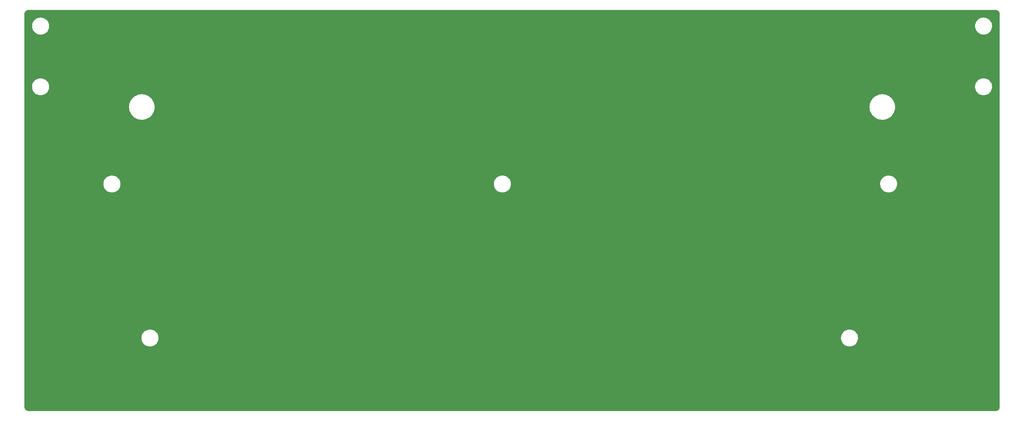
<source format=gbl>
G04 #@! TF.GenerationSoftware,KiCad,Pcbnew,(6.0.1)*
G04 #@! TF.CreationDate,2022-12-02T16:53:04+01:00*
G04 #@! TF.ProjectId,backPlate,6261636b-506c-4617-9465-2e6b69636164,rev?*
G04 #@! TF.SameCoordinates,Original*
G04 #@! TF.FileFunction,Copper,L2,Bot*
G04 #@! TF.FilePolarity,Positive*
%FSLAX46Y46*%
G04 Gerber Fmt 4.6, Leading zero omitted, Abs format (unit mm)*
G04 Created by KiCad (PCBNEW (6.0.1)) date 2022-12-02 16:53:04*
%MOMM*%
%LPD*%
G01*
G04 APERTURE LIST*
G04 APERTURE END LIST*
G04 #@! TA.AperFunction,NonConductor*
G36*
X270206951Y-29975785D02*
G01*
X270242221Y-29979741D01*
X270266265Y-29977722D01*
X270287787Y-29977759D01*
X270418921Y-29989232D01*
X270440544Y-29993044D01*
X270553807Y-30023393D01*
X270587623Y-30032454D01*
X270608262Y-30039966D01*
X270746260Y-30104316D01*
X270765280Y-30115298D01*
X270890011Y-30202635D01*
X270906836Y-30216753D01*
X271014497Y-30324414D01*
X271028615Y-30341239D01*
X271115952Y-30465970D01*
X271126934Y-30484990D01*
X271191284Y-30622988D01*
X271198796Y-30643627D01*
X271238205Y-30790702D01*
X271242019Y-30812332D01*
X271252387Y-30930843D01*
X271252169Y-30948678D01*
X271252282Y-30948680D01*
X271252196Y-30954844D01*
X271251509Y-30960969D01*
X271252025Y-30967113D01*
X271255808Y-31012165D01*
X271256250Y-31022708D01*
X271256250Y-128111657D01*
X271255465Y-128125701D01*
X271251509Y-128160971D01*
X271252025Y-128167114D01*
X271253528Y-128185013D01*
X271253491Y-128206538D01*
X271242019Y-128337668D01*
X271238205Y-128359298D01*
X271198796Y-128506373D01*
X271191284Y-128527012D01*
X271126934Y-128665010D01*
X271115952Y-128684030D01*
X271028615Y-128808761D01*
X271014497Y-128825586D01*
X270906836Y-128933247D01*
X270890011Y-128947365D01*
X270765280Y-129034702D01*
X270746260Y-129045684D01*
X270608262Y-129110034D01*
X270587622Y-129117546D01*
X270440544Y-129156956D01*
X270418921Y-129160768D01*
X270300407Y-129171137D01*
X270282572Y-129170919D01*
X270282570Y-129171032D01*
X270276406Y-129170946D01*
X270270281Y-129170259D01*
X270219085Y-129174558D01*
X270208542Y-129175000D01*
X31432093Y-129175000D01*
X31418048Y-129174215D01*
X31388904Y-129170946D01*
X31382779Y-129170259D01*
X31358735Y-129172278D01*
X31337213Y-129172241D01*
X31206079Y-129160768D01*
X31184456Y-129156956D01*
X31037378Y-129117546D01*
X31016738Y-129110034D01*
X30878740Y-129045684D01*
X30859720Y-129034702D01*
X30734989Y-128947365D01*
X30718164Y-128933247D01*
X30610503Y-128825586D01*
X30596385Y-128808761D01*
X30509048Y-128684030D01*
X30498066Y-128665010D01*
X30433716Y-128527012D01*
X30426204Y-128506373D01*
X30386795Y-128359298D01*
X30382981Y-128337668D01*
X30372613Y-128219157D01*
X30372831Y-128201322D01*
X30372718Y-128201320D01*
X30372804Y-128195156D01*
X30373491Y-128189031D01*
X30369192Y-128137834D01*
X30368750Y-128127292D01*
X30368750Y-111257200D01*
X59282997Y-111257200D01*
X59283556Y-111261444D01*
X59283556Y-111261448D01*
X59299949Y-111385969D01*
X59320379Y-111541149D01*
X59395952Y-111817398D01*
X59508318Y-112080835D01*
X59655396Y-112326585D01*
X59834465Y-112550100D01*
X60042212Y-112747245D01*
X60274793Y-112914371D01*
X60527903Y-113048386D01*
X60796860Y-113146810D01*
X61076686Y-113207822D01*
X61116151Y-113210928D01*
X61298847Y-113225307D01*
X61298854Y-113225307D01*
X61301303Y-113225500D01*
X61456242Y-113225500D01*
X61458378Y-113225354D01*
X61458389Y-113225354D01*
X61665710Y-113211220D01*
X61665716Y-113211219D01*
X61669987Y-113210928D01*
X61674182Y-113210059D01*
X61674184Y-113210059D01*
X61810212Y-113181889D01*
X61950436Y-113152850D01*
X62220408Y-113057248D01*
X62474908Y-112925891D01*
X62478409Y-112923430D01*
X62478413Y-112923428D01*
X62705721Y-112763673D01*
X62705727Y-112763668D01*
X62709226Y-112761209D01*
X62919026Y-112566251D01*
X62929825Y-112553058D01*
X63097711Y-112347941D01*
X63100427Y-112344623D01*
X63250070Y-112100427D01*
X63257052Y-112084522D01*
X63363464Y-111842110D01*
X63363465Y-111842106D01*
X63365188Y-111838182D01*
X63443650Y-111562739D01*
X63484004Y-111279196D01*
X63484119Y-111257200D01*
X232054997Y-111257200D01*
X232055556Y-111261444D01*
X232055556Y-111261448D01*
X232071949Y-111385969D01*
X232092379Y-111541149D01*
X232167952Y-111817398D01*
X232280318Y-112080835D01*
X232427396Y-112326585D01*
X232606465Y-112550100D01*
X232814212Y-112747245D01*
X233046793Y-112914371D01*
X233299903Y-113048386D01*
X233568860Y-113146810D01*
X233848686Y-113207822D01*
X233888151Y-113210928D01*
X234070847Y-113225307D01*
X234070854Y-113225307D01*
X234073303Y-113225500D01*
X234228242Y-113225500D01*
X234230378Y-113225354D01*
X234230389Y-113225354D01*
X234437710Y-113211220D01*
X234437716Y-113211219D01*
X234441987Y-113210928D01*
X234446182Y-113210059D01*
X234446184Y-113210059D01*
X234582212Y-113181889D01*
X234722436Y-113152850D01*
X234992408Y-113057248D01*
X235246908Y-112925891D01*
X235250409Y-112923430D01*
X235250413Y-112923428D01*
X235477721Y-112763673D01*
X235477727Y-112763668D01*
X235481226Y-112761209D01*
X235691026Y-112566251D01*
X235701825Y-112553058D01*
X235869711Y-112347941D01*
X235872427Y-112344623D01*
X236022070Y-112100427D01*
X236029052Y-112084522D01*
X236135464Y-111842110D01*
X236135465Y-111842106D01*
X236137188Y-111838182D01*
X236215650Y-111562739D01*
X236256004Y-111279196D01*
X236257503Y-110992800D01*
X236254048Y-110966552D01*
X236220681Y-110713107D01*
X236220121Y-110708851D01*
X236144548Y-110432602D01*
X236032182Y-110169165D01*
X235885104Y-109923415D01*
X235706035Y-109699900D01*
X235498288Y-109502755D01*
X235265707Y-109335629D01*
X235012597Y-109201614D01*
X234743640Y-109103190D01*
X234463814Y-109042178D01*
X234420639Y-109038780D01*
X234241653Y-109024693D01*
X234241646Y-109024693D01*
X234239197Y-109024500D01*
X234084258Y-109024500D01*
X234082122Y-109024646D01*
X234082111Y-109024646D01*
X233874790Y-109038780D01*
X233874784Y-109038781D01*
X233870513Y-109039072D01*
X233866318Y-109039941D01*
X233866316Y-109039941D01*
X233730289Y-109068111D01*
X233590064Y-109097150D01*
X233320092Y-109192752D01*
X233065592Y-109324109D01*
X233062091Y-109326570D01*
X233062087Y-109326572D01*
X232834779Y-109486327D01*
X232834773Y-109486332D01*
X232831274Y-109488791D01*
X232621474Y-109683749D01*
X232618760Y-109687065D01*
X232618757Y-109687068D01*
X232605506Y-109703258D01*
X232440073Y-109905377D01*
X232290430Y-110149573D01*
X232288703Y-110153507D01*
X232288702Y-110153509D01*
X232281830Y-110169165D01*
X232175312Y-110411818D01*
X232096850Y-110687261D01*
X232056496Y-110970804D01*
X232054997Y-111257200D01*
X63484119Y-111257200D01*
X63485503Y-110992800D01*
X63482048Y-110966552D01*
X63448681Y-110713107D01*
X63448121Y-110708851D01*
X63372548Y-110432602D01*
X63260182Y-110169165D01*
X63113104Y-109923415D01*
X62934035Y-109699900D01*
X62726288Y-109502755D01*
X62493707Y-109335629D01*
X62240597Y-109201614D01*
X61971640Y-109103190D01*
X61691814Y-109042178D01*
X61648639Y-109038780D01*
X61469653Y-109024693D01*
X61469646Y-109024693D01*
X61467197Y-109024500D01*
X61312258Y-109024500D01*
X61310122Y-109024646D01*
X61310111Y-109024646D01*
X61102790Y-109038780D01*
X61102784Y-109038781D01*
X61098513Y-109039072D01*
X61094318Y-109039941D01*
X61094316Y-109039941D01*
X60958289Y-109068111D01*
X60818064Y-109097150D01*
X60548092Y-109192752D01*
X60293592Y-109324109D01*
X60290091Y-109326570D01*
X60290087Y-109326572D01*
X60062779Y-109486327D01*
X60062773Y-109486332D01*
X60059274Y-109488791D01*
X59849474Y-109683749D01*
X59846760Y-109687065D01*
X59846757Y-109687068D01*
X59833506Y-109703258D01*
X59668073Y-109905377D01*
X59518430Y-110149573D01*
X59516703Y-110153507D01*
X59516702Y-110153509D01*
X59509830Y-110169165D01*
X59403312Y-110411818D01*
X59324850Y-110687261D01*
X59284496Y-110970804D01*
X59282997Y-111257200D01*
X30368750Y-111257200D01*
X30368750Y-73157200D01*
X49888997Y-73157200D01*
X49889556Y-73161444D01*
X49889556Y-73161448D01*
X49905949Y-73285969D01*
X49926379Y-73441149D01*
X50001952Y-73717398D01*
X50114318Y-73980835D01*
X50261396Y-74226585D01*
X50440465Y-74450100D01*
X50648212Y-74647245D01*
X50880793Y-74814371D01*
X51133903Y-74948386D01*
X51402860Y-75046810D01*
X51682686Y-75107822D01*
X51722151Y-75110928D01*
X51904847Y-75125307D01*
X51904854Y-75125307D01*
X51907303Y-75125500D01*
X52062242Y-75125500D01*
X52064378Y-75125354D01*
X52064389Y-75125354D01*
X52271710Y-75111220D01*
X52271716Y-75111219D01*
X52275987Y-75110928D01*
X52280182Y-75110059D01*
X52280184Y-75110059D01*
X52416212Y-75081889D01*
X52556436Y-75052850D01*
X52826408Y-74957248D01*
X53080908Y-74825891D01*
X53084409Y-74823430D01*
X53084413Y-74823428D01*
X53311721Y-74663673D01*
X53311727Y-74663668D01*
X53315226Y-74661209D01*
X53525026Y-74466251D01*
X53535825Y-74453058D01*
X53703711Y-74247941D01*
X53706427Y-74244623D01*
X53856070Y-74000427D01*
X53863052Y-73984522D01*
X53969464Y-73742110D01*
X53969465Y-73742106D01*
X53971188Y-73738182D01*
X54049650Y-73462739D01*
X54090004Y-73179196D01*
X54090119Y-73157200D01*
X146329997Y-73157200D01*
X146330556Y-73161444D01*
X146330556Y-73161448D01*
X146346949Y-73285969D01*
X146367379Y-73441149D01*
X146442952Y-73717398D01*
X146555318Y-73980835D01*
X146702396Y-74226585D01*
X146881465Y-74450100D01*
X147089212Y-74647245D01*
X147321793Y-74814371D01*
X147574903Y-74948386D01*
X147843860Y-75046810D01*
X148123686Y-75107822D01*
X148163151Y-75110928D01*
X148345847Y-75125307D01*
X148345854Y-75125307D01*
X148348303Y-75125500D01*
X148503242Y-75125500D01*
X148505378Y-75125354D01*
X148505389Y-75125354D01*
X148712710Y-75111220D01*
X148712716Y-75111219D01*
X148716987Y-75110928D01*
X148721182Y-75110059D01*
X148721184Y-75110059D01*
X148857212Y-75081889D01*
X148997436Y-75052850D01*
X149267408Y-74957248D01*
X149521908Y-74825891D01*
X149525409Y-74823430D01*
X149525413Y-74823428D01*
X149752721Y-74663673D01*
X149752727Y-74663668D01*
X149756226Y-74661209D01*
X149966026Y-74466251D01*
X149976825Y-74453058D01*
X150144711Y-74247941D01*
X150147427Y-74244623D01*
X150297070Y-74000427D01*
X150304052Y-73984522D01*
X150410464Y-73742110D01*
X150410465Y-73742106D01*
X150412188Y-73738182D01*
X150490650Y-73462739D01*
X150531004Y-73179196D01*
X150531119Y-73157200D01*
X241710997Y-73157200D01*
X241711556Y-73161444D01*
X241711556Y-73161448D01*
X241727949Y-73285969D01*
X241748379Y-73441149D01*
X241823952Y-73717398D01*
X241936318Y-73980835D01*
X242083396Y-74226585D01*
X242262465Y-74450100D01*
X242470212Y-74647245D01*
X242702793Y-74814371D01*
X242955903Y-74948386D01*
X243224860Y-75046810D01*
X243504686Y-75107822D01*
X243544151Y-75110928D01*
X243726847Y-75125307D01*
X243726854Y-75125307D01*
X243729303Y-75125500D01*
X243884242Y-75125500D01*
X243886378Y-75125354D01*
X243886389Y-75125354D01*
X244093710Y-75111220D01*
X244093716Y-75111219D01*
X244097987Y-75110928D01*
X244102182Y-75110059D01*
X244102184Y-75110059D01*
X244238211Y-75081889D01*
X244378436Y-75052850D01*
X244648408Y-74957248D01*
X244902908Y-74825891D01*
X244906409Y-74823430D01*
X244906413Y-74823428D01*
X245133721Y-74663673D01*
X245133727Y-74663668D01*
X245137226Y-74661209D01*
X245347026Y-74466251D01*
X245357825Y-74453058D01*
X245525711Y-74247941D01*
X245528427Y-74244623D01*
X245678070Y-74000427D01*
X245685052Y-73984522D01*
X245791464Y-73742110D01*
X245791465Y-73742106D01*
X245793188Y-73738182D01*
X245871650Y-73462739D01*
X245912004Y-73179196D01*
X245913503Y-72892800D01*
X245910048Y-72866552D01*
X245876681Y-72613107D01*
X245876121Y-72608851D01*
X245800548Y-72332602D01*
X245688182Y-72069165D01*
X245541104Y-71823415D01*
X245362035Y-71599900D01*
X245154288Y-71402755D01*
X244921707Y-71235629D01*
X244668597Y-71101614D01*
X244399640Y-71003190D01*
X244119814Y-70942178D01*
X244076639Y-70938780D01*
X243897653Y-70924693D01*
X243897646Y-70924693D01*
X243895197Y-70924500D01*
X243740258Y-70924500D01*
X243738122Y-70924646D01*
X243738111Y-70924646D01*
X243530790Y-70938780D01*
X243530784Y-70938781D01*
X243526513Y-70939072D01*
X243522318Y-70939941D01*
X243522316Y-70939941D01*
X243386288Y-70968111D01*
X243246064Y-70997150D01*
X242976092Y-71092752D01*
X242721592Y-71224109D01*
X242718091Y-71226570D01*
X242718087Y-71226572D01*
X242490779Y-71386327D01*
X242490773Y-71386332D01*
X242487274Y-71388791D01*
X242277474Y-71583749D01*
X242274760Y-71587065D01*
X242274757Y-71587068D01*
X242261506Y-71603258D01*
X242096073Y-71805377D01*
X241946430Y-72049573D01*
X241944703Y-72053507D01*
X241944702Y-72053509D01*
X241937830Y-72069165D01*
X241831312Y-72311818D01*
X241752850Y-72587261D01*
X241712496Y-72870804D01*
X241710997Y-73157200D01*
X150531119Y-73157200D01*
X150532503Y-72892800D01*
X150529048Y-72866552D01*
X150495681Y-72613107D01*
X150495121Y-72608851D01*
X150419548Y-72332602D01*
X150307182Y-72069165D01*
X150160104Y-71823415D01*
X149981035Y-71599900D01*
X149773288Y-71402755D01*
X149540707Y-71235629D01*
X149287597Y-71101614D01*
X149018640Y-71003190D01*
X148738814Y-70942178D01*
X148695639Y-70938780D01*
X148516653Y-70924693D01*
X148516646Y-70924693D01*
X148514197Y-70924500D01*
X148359258Y-70924500D01*
X148357122Y-70924646D01*
X148357111Y-70924646D01*
X148149790Y-70938780D01*
X148149784Y-70938781D01*
X148145513Y-70939072D01*
X148141318Y-70939941D01*
X148141316Y-70939941D01*
X148005288Y-70968111D01*
X147865064Y-70997150D01*
X147595092Y-71092752D01*
X147340592Y-71224109D01*
X147337091Y-71226570D01*
X147337087Y-71226572D01*
X147109779Y-71386327D01*
X147109773Y-71386332D01*
X147106274Y-71388791D01*
X146896474Y-71583749D01*
X146893760Y-71587065D01*
X146893757Y-71587068D01*
X146880506Y-71603258D01*
X146715073Y-71805377D01*
X146565430Y-72049573D01*
X146563703Y-72053507D01*
X146563702Y-72053509D01*
X146556830Y-72069165D01*
X146450312Y-72311818D01*
X146371850Y-72587261D01*
X146331496Y-72870804D01*
X146329997Y-73157200D01*
X54090119Y-73157200D01*
X54091503Y-72892800D01*
X54088048Y-72866552D01*
X54054681Y-72613107D01*
X54054121Y-72608851D01*
X53978548Y-72332602D01*
X53866182Y-72069165D01*
X53719104Y-71823415D01*
X53540035Y-71599900D01*
X53332288Y-71402755D01*
X53099707Y-71235629D01*
X52846597Y-71101614D01*
X52577640Y-71003190D01*
X52297814Y-70942178D01*
X52254639Y-70938780D01*
X52075653Y-70924693D01*
X52075646Y-70924693D01*
X52073197Y-70924500D01*
X51918258Y-70924500D01*
X51916122Y-70924646D01*
X51916111Y-70924646D01*
X51708790Y-70938780D01*
X51708784Y-70938781D01*
X51704513Y-70939072D01*
X51700318Y-70939941D01*
X51700316Y-70939941D01*
X51564288Y-70968111D01*
X51424064Y-70997150D01*
X51154092Y-71092752D01*
X50899592Y-71224109D01*
X50896091Y-71226570D01*
X50896087Y-71226572D01*
X50668779Y-71386327D01*
X50668773Y-71386332D01*
X50665274Y-71388791D01*
X50455474Y-71583749D01*
X50452760Y-71587065D01*
X50452757Y-71587068D01*
X50439506Y-71603258D01*
X50274073Y-71805377D01*
X50124430Y-72049573D01*
X50122703Y-72053507D01*
X50122702Y-72053509D01*
X50115830Y-72069165D01*
X50009312Y-72311818D01*
X49930850Y-72587261D01*
X49890496Y-72870804D01*
X49888997Y-73157200D01*
X30368750Y-73157200D01*
X30368750Y-53952971D01*
X56213363Y-53952971D01*
X56230572Y-54304836D01*
X56231134Y-54308304D01*
X56231134Y-54308307D01*
X56237663Y-54348619D01*
X56286896Y-54652590D01*
X56381632Y-54991898D01*
X56513601Y-55318531D01*
X56681156Y-55628419D01*
X56882210Y-55917698D01*
X57114257Y-56182762D01*
X57374404Y-56420309D01*
X57659409Y-56627378D01*
X57965720Y-56801386D01*
X57968955Y-56802773D01*
X57968960Y-56802775D01*
X58286286Y-56938781D01*
X58286290Y-56938782D01*
X58289518Y-56940166D01*
X58334037Y-56953607D01*
X58623392Y-57040969D01*
X58623397Y-57040970D01*
X58626768Y-57041988D01*
X58776358Y-57069443D01*
X58969792Y-57104945D01*
X58969799Y-57104946D01*
X58973265Y-57105582D01*
X59163605Y-57118892D01*
X59255918Y-57125347D01*
X59255922Y-57125347D01*
X59258108Y-57125500D01*
X59457538Y-57125500D01*
X59459267Y-57125403D01*
X59459279Y-57125403D01*
X59646515Y-57114935D01*
X59720486Y-57110799D01*
X59824057Y-57093281D01*
X60064369Y-57052636D01*
X60064374Y-57052635D01*
X60067838Y-57052049D01*
X60406477Y-56954946D01*
X60520215Y-56908066D01*
X60728936Y-56822038D01*
X60728943Y-56822034D01*
X60732181Y-56820700D01*
X60879056Y-56739955D01*
X61037807Y-56652681D01*
X61037814Y-56652676D01*
X61040891Y-56650985D01*
X61077291Y-56625308D01*
X61325887Y-56449942D01*
X61328759Y-56447916D01*
X61592198Y-56214025D01*
X61827923Y-55952226D01*
X61829965Y-55949373D01*
X61829972Y-55949365D01*
X62030944Y-55668649D01*
X62030948Y-55668642D01*
X62032996Y-55665782D01*
X62204862Y-55358264D01*
X62341378Y-55033505D01*
X62352666Y-54995154D01*
X62439852Y-54698919D01*
X62440843Y-54695553D01*
X62502017Y-54348619D01*
X62524137Y-53997029D01*
X62521982Y-53952971D01*
X239100863Y-53952971D01*
X239118072Y-54304836D01*
X239118634Y-54308304D01*
X239118634Y-54308307D01*
X239125163Y-54348619D01*
X239174396Y-54652590D01*
X239269132Y-54991898D01*
X239401101Y-55318531D01*
X239568656Y-55628419D01*
X239769710Y-55917698D01*
X240001757Y-56182762D01*
X240261904Y-56420309D01*
X240546909Y-56627378D01*
X240853220Y-56801386D01*
X240856455Y-56802773D01*
X240856460Y-56802775D01*
X241173786Y-56938781D01*
X241173790Y-56938782D01*
X241177018Y-56940166D01*
X241221537Y-56953607D01*
X241510892Y-57040969D01*
X241510897Y-57040970D01*
X241514268Y-57041988D01*
X241663858Y-57069443D01*
X241857292Y-57104945D01*
X241857299Y-57104946D01*
X241860765Y-57105582D01*
X242051105Y-57118892D01*
X242143418Y-57125347D01*
X242143422Y-57125347D01*
X242145608Y-57125500D01*
X242345038Y-57125500D01*
X242346767Y-57125403D01*
X242346779Y-57125403D01*
X242534015Y-57114935D01*
X242607986Y-57110799D01*
X242711557Y-57093281D01*
X242951869Y-57052636D01*
X242951874Y-57052635D01*
X242955338Y-57052049D01*
X243293977Y-56954946D01*
X243407715Y-56908066D01*
X243616436Y-56822038D01*
X243616443Y-56822034D01*
X243619681Y-56820700D01*
X243766556Y-56739955D01*
X243925307Y-56652681D01*
X243925314Y-56652676D01*
X243928391Y-56650985D01*
X243964791Y-56625308D01*
X244213387Y-56449942D01*
X244216259Y-56447916D01*
X244479698Y-56214025D01*
X244715423Y-55952226D01*
X244717465Y-55949373D01*
X244717472Y-55949365D01*
X244918444Y-55668649D01*
X244918448Y-55668642D01*
X244920496Y-55665782D01*
X245092362Y-55358264D01*
X245228878Y-55033505D01*
X245240166Y-54995154D01*
X245327352Y-54698919D01*
X245328343Y-54695553D01*
X245389517Y-54348619D01*
X245411637Y-53997029D01*
X245394428Y-53645164D01*
X245387906Y-53604892D01*
X245338667Y-53300885D01*
X245338666Y-53300882D01*
X245338104Y-53297410D01*
X245243368Y-52958102D01*
X245111399Y-52631469D01*
X244943844Y-52321581D01*
X244742790Y-52032302D01*
X244510743Y-51767238D01*
X244250596Y-51529691D01*
X243965591Y-51322622D01*
X243659280Y-51148614D01*
X243656045Y-51147227D01*
X243656040Y-51147225D01*
X243338714Y-51011219D01*
X243338710Y-51011218D01*
X243335482Y-51009834D01*
X243209462Y-50971786D01*
X243001608Y-50909031D01*
X243001603Y-50909030D01*
X242998232Y-50908012D01*
X242848642Y-50880557D01*
X242655208Y-50845055D01*
X242655201Y-50845054D01*
X242651735Y-50844418D01*
X242461395Y-50831108D01*
X242369082Y-50824653D01*
X242369078Y-50824653D01*
X242366892Y-50824500D01*
X242167462Y-50824500D01*
X242165733Y-50824597D01*
X242165721Y-50824597D01*
X241978485Y-50835065D01*
X241904514Y-50839201D01*
X241869903Y-50845055D01*
X241560631Y-50897364D01*
X241560626Y-50897365D01*
X241557162Y-50897951D01*
X241218523Y-50995054D01*
X241179304Y-51011219D01*
X240896064Y-51127962D01*
X240896057Y-51127966D01*
X240892819Y-51129300D01*
X240745944Y-51210045D01*
X240587193Y-51297319D01*
X240587186Y-51297324D01*
X240584109Y-51299015D01*
X240581234Y-51301043D01*
X240581231Y-51301045D01*
X240299113Y-51500058D01*
X240296241Y-51502084D01*
X240032802Y-51735975D01*
X239797077Y-51997774D01*
X239795035Y-52000627D01*
X239795028Y-52000635D01*
X239594056Y-52281351D01*
X239594052Y-52281358D01*
X239592004Y-52284218D01*
X239420138Y-52591736D01*
X239283622Y-52916495D01*
X239282631Y-52919864D01*
X239282629Y-52919868D01*
X239271376Y-52958102D01*
X239184157Y-53254447D01*
X239122983Y-53601381D01*
X239100863Y-53952971D01*
X62521982Y-53952971D01*
X62506928Y-53645164D01*
X62500406Y-53604892D01*
X62451167Y-53300885D01*
X62451166Y-53300882D01*
X62450604Y-53297410D01*
X62355868Y-52958102D01*
X62223899Y-52631469D01*
X62056344Y-52321581D01*
X61855290Y-52032302D01*
X61623243Y-51767238D01*
X61363096Y-51529691D01*
X61078091Y-51322622D01*
X60771780Y-51148614D01*
X60768545Y-51147227D01*
X60768540Y-51147225D01*
X60451214Y-51011219D01*
X60451210Y-51011218D01*
X60447982Y-51009834D01*
X60321962Y-50971786D01*
X60114108Y-50909031D01*
X60114103Y-50909030D01*
X60110732Y-50908012D01*
X59961142Y-50880557D01*
X59767708Y-50845055D01*
X59767701Y-50845054D01*
X59764235Y-50844418D01*
X59573895Y-50831108D01*
X59481582Y-50824653D01*
X59481578Y-50824653D01*
X59479392Y-50824500D01*
X59279962Y-50824500D01*
X59278233Y-50824597D01*
X59278221Y-50824597D01*
X59090985Y-50835065D01*
X59017014Y-50839201D01*
X58982403Y-50845055D01*
X58673131Y-50897364D01*
X58673126Y-50897365D01*
X58669662Y-50897951D01*
X58331023Y-50995054D01*
X58291804Y-51011219D01*
X58008564Y-51127962D01*
X58008557Y-51127966D01*
X58005319Y-51129300D01*
X57858444Y-51210045D01*
X57699693Y-51297319D01*
X57699686Y-51297324D01*
X57696609Y-51299015D01*
X57693734Y-51301043D01*
X57693731Y-51301045D01*
X57411613Y-51500058D01*
X57408741Y-51502084D01*
X57145302Y-51735975D01*
X56909577Y-51997774D01*
X56907535Y-52000627D01*
X56907528Y-52000635D01*
X56706556Y-52281351D01*
X56706552Y-52281358D01*
X56704504Y-52284218D01*
X56532638Y-52591736D01*
X56396122Y-52916495D01*
X56395131Y-52919864D01*
X56395129Y-52919868D01*
X56383876Y-52958102D01*
X56296657Y-53254447D01*
X56235483Y-53601381D01*
X56213363Y-53952971D01*
X30368750Y-53952971D01*
X30368750Y-49107200D01*
X32267497Y-49107200D01*
X32268056Y-49111444D01*
X32268056Y-49111448D01*
X32284449Y-49235969D01*
X32304879Y-49391149D01*
X32380452Y-49667398D01*
X32492818Y-49930835D01*
X32639896Y-50176585D01*
X32818965Y-50400100D01*
X33026712Y-50597245D01*
X33259293Y-50764371D01*
X33512403Y-50898386D01*
X33540530Y-50908679D01*
X33773914Y-50994085D01*
X33781360Y-50996810D01*
X34061186Y-51057822D01*
X34100651Y-51060928D01*
X34283347Y-51075307D01*
X34283354Y-51075307D01*
X34285803Y-51075500D01*
X34440742Y-51075500D01*
X34442878Y-51075354D01*
X34442889Y-51075354D01*
X34650210Y-51061220D01*
X34650216Y-51061219D01*
X34654487Y-51060928D01*
X34658682Y-51060059D01*
X34658684Y-51060059D01*
X34906122Y-51008817D01*
X34934936Y-51002850D01*
X35204908Y-50907248D01*
X35459408Y-50775891D01*
X35462909Y-50773430D01*
X35462913Y-50773428D01*
X35690221Y-50613673D01*
X35690227Y-50613668D01*
X35693726Y-50611209D01*
X35903526Y-50416251D01*
X35914325Y-50403058D01*
X36082211Y-50197941D01*
X36084927Y-50194623D01*
X36234570Y-49950427D01*
X36241552Y-49934522D01*
X36347964Y-49692110D01*
X36347965Y-49692106D01*
X36349688Y-49688182D01*
X36428150Y-49412739D01*
X36468504Y-49129196D01*
X36468619Y-49107200D01*
X265154997Y-49107200D01*
X265155556Y-49111444D01*
X265155556Y-49111448D01*
X265171949Y-49235969D01*
X265192379Y-49391149D01*
X265267952Y-49667398D01*
X265380318Y-49930835D01*
X265527396Y-50176585D01*
X265706465Y-50400100D01*
X265914212Y-50597245D01*
X266146793Y-50764371D01*
X266399903Y-50898386D01*
X266428030Y-50908679D01*
X266661414Y-50994085D01*
X266668860Y-50996810D01*
X266948686Y-51057822D01*
X266988151Y-51060928D01*
X267170847Y-51075307D01*
X267170854Y-51075307D01*
X267173303Y-51075500D01*
X267328242Y-51075500D01*
X267330378Y-51075354D01*
X267330389Y-51075354D01*
X267537710Y-51061220D01*
X267537716Y-51061219D01*
X267541987Y-51060928D01*
X267546182Y-51060059D01*
X267546184Y-51060059D01*
X267793622Y-51008817D01*
X267822436Y-51002850D01*
X268092408Y-50907248D01*
X268346908Y-50775891D01*
X268350409Y-50773430D01*
X268350413Y-50773428D01*
X268577721Y-50613673D01*
X268577727Y-50613668D01*
X268581226Y-50611209D01*
X268791026Y-50416251D01*
X268801825Y-50403058D01*
X268969711Y-50197941D01*
X268972427Y-50194623D01*
X269122070Y-49950427D01*
X269129052Y-49934522D01*
X269235464Y-49692110D01*
X269235465Y-49692106D01*
X269237188Y-49688182D01*
X269315650Y-49412739D01*
X269356004Y-49129196D01*
X269357503Y-48842800D01*
X269354048Y-48816552D01*
X269320681Y-48563107D01*
X269320121Y-48558851D01*
X269244548Y-48282602D01*
X269132182Y-48019165D01*
X268985104Y-47773415D01*
X268806035Y-47549900D01*
X268598288Y-47352755D01*
X268365707Y-47185629D01*
X268112597Y-47051614D01*
X267843640Y-46953190D01*
X267563814Y-46892178D01*
X267520639Y-46888780D01*
X267341653Y-46874693D01*
X267341646Y-46874693D01*
X267339197Y-46874500D01*
X267184258Y-46874500D01*
X267182122Y-46874646D01*
X267182111Y-46874646D01*
X266974790Y-46888780D01*
X266974784Y-46888781D01*
X266970513Y-46889072D01*
X266966318Y-46889941D01*
X266966316Y-46889941D01*
X266830288Y-46918111D01*
X266690064Y-46947150D01*
X266420092Y-47042752D01*
X266165592Y-47174109D01*
X266162091Y-47176570D01*
X266162087Y-47176572D01*
X265934779Y-47336327D01*
X265934773Y-47336332D01*
X265931274Y-47338791D01*
X265721474Y-47533749D01*
X265718760Y-47537065D01*
X265718757Y-47537068D01*
X265705506Y-47553258D01*
X265540073Y-47755377D01*
X265390430Y-47999573D01*
X265388703Y-48003507D01*
X265388702Y-48003509D01*
X265381830Y-48019165D01*
X265275312Y-48261818D01*
X265196850Y-48537261D01*
X265156496Y-48820804D01*
X265154997Y-49107200D01*
X36468619Y-49107200D01*
X36470003Y-48842800D01*
X36466548Y-48816552D01*
X36433181Y-48563107D01*
X36432621Y-48558851D01*
X36357048Y-48282602D01*
X36244682Y-48019165D01*
X36097604Y-47773415D01*
X35918535Y-47549900D01*
X35710788Y-47352755D01*
X35478207Y-47185629D01*
X35225097Y-47051614D01*
X34956140Y-46953190D01*
X34676314Y-46892178D01*
X34633139Y-46888780D01*
X34454153Y-46874693D01*
X34454146Y-46874693D01*
X34451697Y-46874500D01*
X34296758Y-46874500D01*
X34294622Y-46874646D01*
X34294611Y-46874646D01*
X34087290Y-46888780D01*
X34087284Y-46888781D01*
X34083013Y-46889072D01*
X34078818Y-46889941D01*
X34078816Y-46889941D01*
X33942788Y-46918111D01*
X33802564Y-46947150D01*
X33532592Y-47042752D01*
X33278092Y-47174109D01*
X33274591Y-47176570D01*
X33274587Y-47176572D01*
X33047279Y-47336327D01*
X33047273Y-47336332D01*
X33043774Y-47338791D01*
X32833974Y-47533749D01*
X32831260Y-47537065D01*
X32831257Y-47537068D01*
X32818006Y-47553258D01*
X32652573Y-47755377D01*
X32502930Y-47999573D01*
X32501203Y-48003507D01*
X32501202Y-48003509D01*
X32494330Y-48019165D01*
X32387812Y-48261818D01*
X32309350Y-48537261D01*
X32268996Y-48820804D01*
X32267497Y-49107200D01*
X30368750Y-49107200D01*
X30368750Y-34107200D01*
X32267497Y-34107200D01*
X32268056Y-34111444D01*
X32268056Y-34111448D01*
X32284449Y-34235969D01*
X32304879Y-34391149D01*
X32380452Y-34667398D01*
X32492818Y-34930835D01*
X32639896Y-35176585D01*
X32818965Y-35400100D01*
X33026712Y-35597245D01*
X33259293Y-35764371D01*
X33512403Y-35898386D01*
X33781360Y-35996810D01*
X34061186Y-36057822D01*
X34100651Y-36060928D01*
X34283347Y-36075307D01*
X34283354Y-36075307D01*
X34285803Y-36075500D01*
X34440742Y-36075500D01*
X34442878Y-36075354D01*
X34442889Y-36075354D01*
X34650210Y-36061220D01*
X34650216Y-36061219D01*
X34654487Y-36060928D01*
X34658682Y-36060059D01*
X34658684Y-36060059D01*
X34794712Y-36031889D01*
X34934936Y-36002850D01*
X35204908Y-35907248D01*
X35459408Y-35775891D01*
X35462909Y-35773430D01*
X35462913Y-35773428D01*
X35690221Y-35613673D01*
X35690227Y-35613668D01*
X35693726Y-35611209D01*
X35903526Y-35416251D01*
X35914325Y-35403058D01*
X36082211Y-35197941D01*
X36084927Y-35194623D01*
X36234570Y-34950427D01*
X36241552Y-34934522D01*
X36347964Y-34692110D01*
X36347965Y-34692106D01*
X36349688Y-34688182D01*
X36428150Y-34412739D01*
X36468504Y-34129196D01*
X36468619Y-34107200D01*
X265154997Y-34107200D01*
X265155556Y-34111444D01*
X265155556Y-34111448D01*
X265171949Y-34235969D01*
X265192379Y-34391149D01*
X265267952Y-34667398D01*
X265380318Y-34930835D01*
X265527396Y-35176585D01*
X265706465Y-35400100D01*
X265914212Y-35597245D01*
X266146793Y-35764371D01*
X266399903Y-35898386D01*
X266668860Y-35996810D01*
X266948686Y-36057822D01*
X266988151Y-36060928D01*
X267170847Y-36075307D01*
X267170854Y-36075307D01*
X267173303Y-36075500D01*
X267328242Y-36075500D01*
X267330378Y-36075354D01*
X267330389Y-36075354D01*
X267537710Y-36061220D01*
X267537716Y-36061219D01*
X267541987Y-36060928D01*
X267546182Y-36060059D01*
X267546184Y-36060059D01*
X267682212Y-36031889D01*
X267822436Y-36002850D01*
X268092408Y-35907248D01*
X268346908Y-35775891D01*
X268350409Y-35773430D01*
X268350413Y-35773428D01*
X268577721Y-35613673D01*
X268577727Y-35613668D01*
X268581226Y-35611209D01*
X268791026Y-35416251D01*
X268801825Y-35403058D01*
X268969711Y-35197941D01*
X268972427Y-35194623D01*
X269122070Y-34950427D01*
X269129052Y-34934522D01*
X269235464Y-34692110D01*
X269235465Y-34692106D01*
X269237188Y-34688182D01*
X269315650Y-34412739D01*
X269356004Y-34129196D01*
X269357503Y-33842800D01*
X269354048Y-33816552D01*
X269320681Y-33563107D01*
X269320121Y-33558851D01*
X269244548Y-33282602D01*
X269132182Y-33019165D01*
X268985104Y-32773415D01*
X268806035Y-32549900D01*
X268598288Y-32352755D01*
X268365707Y-32185629D01*
X268112597Y-32051614D01*
X267843640Y-31953190D01*
X267563814Y-31892178D01*
X267520639Y-31888780D01*
X267341653Y-31874693D01*
X267341646Y-31874693D01*
X267339197Y-31874500D01*
X267184258Y-31874500D01*
X267182122Y-31874646D01*
X267182111Y-31874646D01*
X266974790Y-31888780D01*
X266974784Y-31888781D01*
X266970513Y-31889072D01*
X266966318Y-31889941D01*
X266966316Y-31889941D01*
X266830289Y-31918111D01*
X266690064Y-31947150D01*
X266420092Y-32042752D01*
X266165592Y-32174109D01*
X266162091Y-32176570D01*
X266162087Y-32176572D01*
X265934779Y-32336327D01*
X265934773Y-32336332D01*
X265931274Y-32338791D01*
X265721474Y-32533749D01*
X265718760Y-32537065D01*
X265718757Y-32537068D01*
X265705506Y-32553258D01*
X265540073Y-32755377D01*
X265390430Y-32999573D01*
X265388703Y-33003507D01*
X265388702Y-33003509D01*
X265381830Y-33019165D01*
X265275312Y-33261818D01*
X265196850Y-33537261D01*
X265156496Y-33820804D01*
X265154997Y-34107200D01*
X36468619Y-34107200D01*
X36470003Y-33842800D01*
X36466548Y-33816552D01*
X36433181Y-33563107D01*
X36432621Y-33558851D01*
X36357048Y-33282602D01*
X36244682Y-33019165D01*
X36097604Y-32773415D01*
X35918535Y-32549900D01*
X35710788Y-32352755D01*
X35478207Y-32185629D01*
X35225097Y-32051614D01*
X34956140Y-31953190D01*
X34676314Y-31892178D01*
X34633139Y-31888780D01*
X34454153Y-31874693D01*
X34454146Y-31874693D01*
X34451697Y-31874500D01*
X34296758Y-31874500D01*
X34294622Y-31874646D01*
X34294611Y-31874646D01*
X34087290Y-31888780D01*
X34087284Y-31888781D01*
X34083013Y-31889072D01*
X34078818Y-31889941D01*
X34078816Y-31889941D01*
X33942788Y-31918111D01*
X33802564Y-31947150D01*
X33532592Y-32042752D01*
X33278092Y-32174109D01*
X33274591Y-32176570D01*
X33274587Y-32176572D01*
X33047279Y-32336327D01*
X33047273Y-32336332D01*
X33043774Y-32338791D01*
X32833974Y-32533749D01*
X32831260Y-32537065D01*
X32831257Y-32537068D01*
X32818006Y-32553258D01*
X32652573Y-32755377D01*
X32502930Y-32999573D01*
X32501203Y-33003507D01*
X32501202Y-33003509D01*
X32494330Y-33019165D01*
X32387812Y-33261818D01*
X32309350Y-33537261D01*
X32268996Y-33820804D01*
X32267497Y-34107200D01*
X30368750Y-34107200D01*
X30368750Y-31038343D01*
X30369535Y-31024298D01*
X30370306Y-31017429D01*
X30373491Y-30989029D01*
X30371472Y-30964985D01*
X30371509Y-30943462D01*
X30382981Y-30812332D01*
X30386795Y-30790702D01*
X30426204Y-30643627D01*
X30433716Y-30622988D01*
X30498066Y-30484990D01*
X30509048Y-30465970D01*
X30596385Y-30341239D01*
X30610503Y-30324414D01*
X30718164Y-30216753D01*
X30734989Y-30202635D01*
X30859720Y-30115298D01*
X30878740Y-30104316D01*
X31016738Y-30039966D01*
X31037377Y-30032454D01*
X31071193Y-30023393D01*
X31184456Y-29993044D01*
X31206079Y-29989232D01*
X31324593Y-29978863D01*
X31342428Y-29979081D01*
X31342430Y-29978968D01*
X31348594Y-29979054D01*
X31354719Y-29979741D01*
X31405916Y-29975442D01*
X31416458Y-29975000D01*
X270192907Y-29975000D01*
X270206951Y-29975785D01*
G37*
G04 #@! TD.AperFunction*
M02*

</source>
